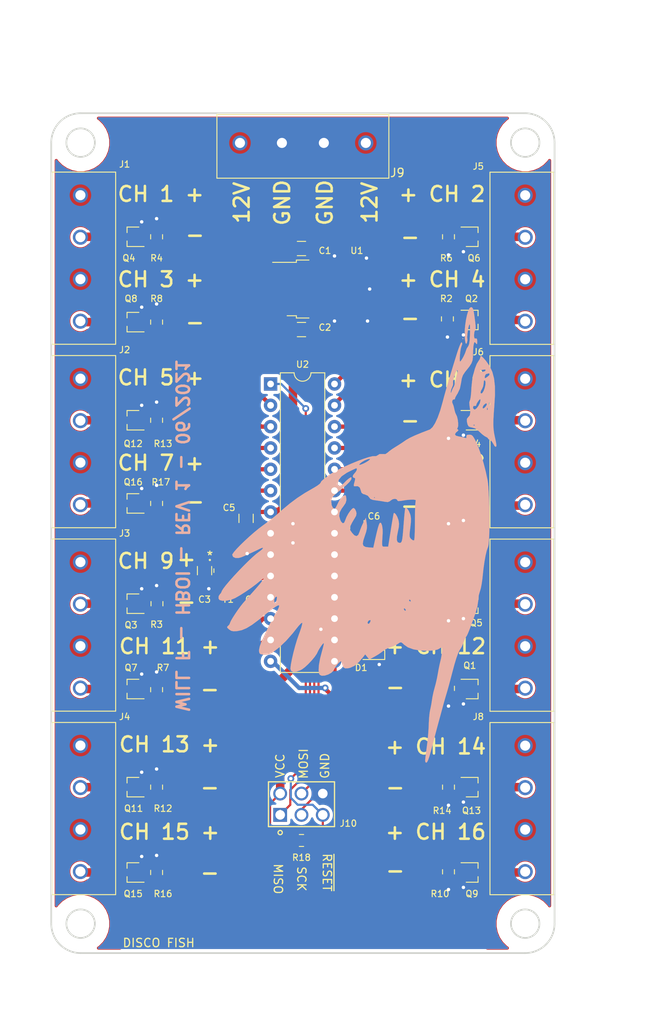
<source format=kicad_pcb>
(kicad_pcb (version 20171130) (host pcbnew "(5.1.9)-1")
  (layers (0 F.Cu signal) (31 B.Cu signal) (34 B.Paste user) (35 F.Paste user) (36 B.SilkS user) (37 F.SilkS user) (38 B.Mask user) (39 F.Mask user) (44 Edge.Cuts user))
  (net 0 "")
  (net 1 GND)
  (net 2 /12V)
  (net 3 VCC)
  (net 4 "Net-(C3-Pad1)")
  (net 5 "Net-(C4-Pad1)")
  (net 6 "Net-(D1-Pad2)")
  (net 7 /~RESET)
  (net 8 /MOSI)
  (net 9 /SCK)
  (net 10 /MISO)
  (net 11 /drain3)
  (net 12 /drain2)
  (net 13 /drain1)
  (net 14 /drain0)
  (net 15 /drain4)
  (net 16 /drain5)
  (net 17 /drain6)
  (net 18 /drain7)
  (net 19 /drain11)
  (net 20 /drain10)
  (net 21 /drain9)
  (net 22 /drain8)
  (net 23 /drain12)
  (net 24 /drain13)
  (net 25 /drain14)
  (net 26 /drain15)
  (net 27 /gate12)
  (net 28 /gate8)
  (net 29 /gate4)
  (net 30 /gate0)
  (net 31 /gate13)
  (net 32 /gate9)
  (net 33 /gate5)
  (net 34 /gate1)
  (net 35 /gate14)
  (net 36 /gate10)
  (net 37 /gate6)
  (net 38 /gate2)
  (net 39 /gate15)
  (net 40 /gate11)
  (net 41 /gate7)
  (net 42 /gate3)
  (net 43 /LED)
  (module personal:pileated_woodpecker (layer B.Cu) (at 170.434 92.71 90)
    (fp_text reference G*** hide)
    (fp_text value LOGO hide)
  )
  (module Housings_DIP:DIP-28_W7.62mm (layer F.Cu) (at 161.163 74.676)
    (fp_text reference U2 (at 3.81 -2.33) (layer F.SilkS) (effects (font (size 0.762 0.762) (thickness 0.127))))
    (fp_text value ATmega328P-PU)
    (pad 28 thru_hole oval (at 7.62 0) (size 1.6 1.6) (drill 0.8) (layers *.Cu *.Mask) (net 32 /gate9))
    (pad 14 thru_hole oval (at 0 33.02) (size 1.6 1.6) (drill 0.8) (layers *.Cu *.Mask) (net 35 /gate14))
    (pad 27 thru_hole oval (at 7.62 2.54) (size 1.6 1.6) (drill 0.8) (layers *.Cu *.Mask) (net 28 /gate8))
    (pad 13 thru_hole oval (at 0 30.48) (size 1.6 1.6) (drill 0.8) (layers *.Cu *.Mask) (net 41 /gate7))
    (pad 26 thru_hole oval (at 7.62 5.08) (size 1.6 1.6) (drill 0.8) (layers *.Cu *.Mask) (net 40 /gate11))
    (pad 12 thru_hole oval (at 0 27.94) (size 1.6 1.6) (drill 0.8) (layers *.Cu *.Mask) (net 37 /gate6))
    (pad 25 thru_hole oval (at 7.62 7.62) (size 1.6 1.6) (drill 0.8) (layers *.Cu *.Mask) (net 36 /gate10))
    (pad 11 thru_hole oval (at 0 25.4) (size 1.6 1.6) (drill 0.8) (layers *.Cu *.Mask) (net 33 /gate5))
    (pad 24 thru_hole oval (at 7.62 10.16) (size 1.6 1.6) (drill 0.8) (layers *.Cu *.Mask) (net 31 /gate13))
    (pad 10 thru_hole oval (at 0 22.86) (size 1.6 1.6) (drill 0.8) (layers *.Cu *.Mask) (net 5 "Net-(C4-Pad1)"))
    (pad 23 thru_hole oval (at 7.62 12.7) (size 1.6 1.6) (drill 0.8) (layers *.Cu *.Mask) (net 27 /gate12))
    (pad 9 thru_hole oval (at 0 20.32) (size 1.6 1.6) (drill 0.8) (layers *.Cu *.Mask) (net 4 "Net-(C3-Pad1)"))
    (pad 22 thru_hole oval (at 7.62 15.24) (size 1.6 1.6) (drill 0.8) (layers *.Cu *.Mask) (net 1 GND))
    (pad 8 thru_hole oval (at 0 17.78) (size 1.6 1.6) (drill 0.8) (layers *.Cu *.Mask) (net 1 GND))
    (pad 21 thru_hole oval (at 7.62 17.78) (size 1.6 1.6) (drill 0.8) (layers *.Cu *.Mask) (net 3 VCC))
    (pad 7 thru_hole oval (at 0 15.24) (size 1.6 1.6) (drill 0.8) (layers *.Cu *.Mask) (net 3 VCC))
    (pad 20 thru_hole oval (at 7.62 20.32) (size 1.6 1.6) (drill 0.8) (layers *.Cu *.Mask) (net 3 VCC))
    (pad 6 thru_hole oval (at 0 12.7) (size 1.6 1.6) (drill 0.8) (layers *.Cu *.Mask) (net 29 /gate4))
    (pad 19 thru_hole oval (at 7.62 22.86) (size 1.6 1.6) (drill 0.8) (layers *.Cu *.Mask) (net 9 /SCK))
    (pad 5 thru_hole oval (at 0 10.16) (size 1.6 1.6) (drill 0.8) (layers *.Cu *.Mask) (net 42 /gate3))
    (pad 18 thru_hole oval (at 7.62 25.4) (size 1.6 1.6) (drill 0.8) (layers *.Cu *.Mask) (net 10 /MISO))
    (pad 4 thru_hole oval (at 0 7.62) (size 1.6 1.6) (drill 0.8) (layers *.Cu *.Mask) (net 38 /gate2))
    (pad 17 thru_hole oval (at 7.62 27.94) (size 1.6 1.6) (drill 0.8) (layers *.Cu *.Mask) (net 8 /MOSI))
    (pad 3 thru_hole oval (at 0 5.08) (size 1.6 1.6) (drill 0.8) (layers *.Cu *.Mask) (net 34 /gate1))
    (pad 16 thru_hole oval (at 7.62 30.48) (size 1.6 1.6) (drill 0.8) (layers *.Cu *.Mask) (net 43 /LED))
    (pad 2 thru_hole oval (at 0 2.54) (size 1.6 1.6) (drill 0.8) (layers *.Cu *.Mask) (net 30 /gate0))
    (pad 15 thru_hole oval (at 7.62 33.02) (size 1.6 1.6) (drill 0.8) (layers *.Cu *.Mask) (net 39 /gate15))
    (pad 1 thru_hole rect (at 0 0) (size 1.6 1.6) (drill 0.8) (layers *.Cu *.Mask) (net 7 /~RESET))
  )
  (module personal:C_0805 (layer F.Cu) (at 164.846 58.547 180)
    (fp_text reference C1 (at -2.794 -0.254) (layer F.SilkS) (effects (font (size 0.762 0.762) (thickness 0.127))))
    (fp_text value C_0u33)
    (pad 1 smd rect (at -1 0 180) (size 1 1.25) (layers F.Cu F.Paste F.Mask) (net 1 GND))
    (pad 2 smd rect (at 1 0 180) (size 1 1.25) (layers F.Cu F.Paste F.Mask) (net 2 /12V))
  )
  (module personal:C_0805 (layer F.Cu) (at 164.846 68.199)
    (fp_text reference C2 (at 2.794 -0.254) (layer F.SilkS) (effects (font (size 0.762 0.762) (thickness 0.127))))
    (fp_text value C_0u1)
    (pad 2 smd rect (at 1 0) (size 1 1.25) (layers F.Cu F.Paste F.Mask) (net 1 GND))
    (pad 1 smd rect (at -1 0) (size 1 1.25) (layers F.Cu F.Paste F.Mask) (net 3 VCC))
  )
  (module personal:C_0805 (layer F.Cu) (at 153.289 96.901 270)
    (fp_text reference C3 (at 3.429 0 180) (layer F.SilkS) (effects (font (size 0.762 0.762) (thickness 0.127))))
    (fp_text value C_10p)
    (pad 2 smd rect (at 1 0 270) (size 1 1.25) (layers F.Cu F.Paste F.Mask) (net 1 GND))
    (pad 1 smd rect (at -1 0 270) (size 1 1.25) (layers F.Cu F.Paste F.Mask) (net 4 "Net-(C3-Pad1)"))
  )
  (module personal:C_0805 (layer F.Cu) (at 158.877 96.901 90)
    (fp_text reference C4 (at -3.429 0 180) (layer F.SilkS) (effects (font (size 0.762 0.762) (thickness 0.127))))
    (fp_text value C_10p)
    (pad 1 smd rect (at -1 0 90) (size 1 1.25) (layers F.Cu F.Paste F.Mask) (net 5 "Net-(C4-Pad1)"))
    (pad 2 smd rect (at 1 0 90) (size 1 1.25) (layers F.Cu F.Paste F.Mask) (net 1 GND))
  )
  (module personal:C_0805 (layer F.Cu) (at 158.242 90.678 90)
    (fp_text reference C5 (at 1.27 -2.032 180) (layer F.SilkS) (effects (font (size 0.762 0.762) (thickness 0.127))))
    (fp_text value C_0u1)
    (pad 2 smd rect (at 1 0 90) (size 1 1.25) (layers F.Cu F.Paste F.Mask) (net 3 VCC))
    (pad 1 smd rect (at -1 0 90) (size 1 1.25) (layers F.Cu F.Paste F.Mask) (net 1 GND))
  )
  (module personal:C_0805 (layer F.Cu) (at 171.45 91.44 270)
    (fp_text reference C6 (at -1.016 -2.032 180) (layer F.SilkS) (effects (font (size 0.762 0.762) (thickness 0.127))))
    (fp_text value C_0u1)
    (pad 1 smd rect (at -1 0 270) (size 1 1.25) (layers F.Cu F.Paste F.Mask) (net 1 GND))
    (pad 2 smd rect (at 1 0 270) (size 1 1.25) (layers F.Cu F.Paste F.Mask) (net 3 VCC))
  )
  (module LEDs:LED_0603_HandSoldering (layer F.Cu) (at 172.974 106.934 180)
    (fp_text reference D1 (at 1.016 -1.524) (layer F.SilkS) (effects (font (size 0.762 0.762) (thickness 0.127))))
    (fp_text value LED_GREEN)
    (pad 2 smd rect (at 1.1 0 180) (size 1.2 0.9) (layers F.Cu F.Paste F.Mask) (net 6 "Net-(D1-Pad2)"))
    (pad 1 smd rect (at -1.1 0 180) (size 1.2 0.9) (layers F.Cu F.Paste F.Mask) (net 1 GND))
  )
  (module personal:TSW-103-07-F-D (layer F.Cu) (at 162.306 125.984)
    (fp_text reference J10 (at 8.128 1.016) (layer F.SilkS) (effects (font (size 0.762 0.762) (thickness 0.127))))
    (fp_text value Conn_02x03 hide)
    (fp_text user * (at 0 0) (layer F.SilkS))
    (pad 6 thru_hole circle (at 5.08 -2.54) (size 1.651 1.651) (drill 1.143) (layers *.Cu *.Mask) (net 1 GND))
    (pad 5 thru_hole circle (at 5.08 0) (size 1.651 1.651) (drill 1.143) (layers *.Cu *.Mask) (net 7 /~RESET))
    (pad 4 thru_hole circle (at 2.54 -2.54) (size 1.651 1.651) (drill 1.143) (layers *.Cu *.Mask) (net 8 /MOSI))
    (pad 3 thru_hole circle (at 2.54 0) (size 1.651 1.651) (drill 1.143) (layers *.Cu *.Mask) (net 9 /SCK))
    (pad 2 thru_hole circle (at 0 -2.54) (size 1.651 1.651) (drill 1.143) (layers *.Cu *.Mask) (net 3 VCC))
    (pad 1 thru_hole rect (at 0 0) (size 1.651 1.651) (drill 1.143) (layers *.Cu *.Mask) (net 10 /MISO))
  )
  (module personal:EBBA-04-C-SS-BU (layer F.Cu) (at 138.4935 52.197 270)
    (fp_text reference J1 (at -3.683 -5.2705 180) (layer F.SilkS) (effects (font (size 0.762 0.762) (thickness 0.127))))
    (fp_text value EBBA-04-C-SS-BU hide)
    (pad 4 thru_hole circle (at 15 0 90) (size 1.8 1.8) (drill 1.2) (layers *.Cu *.Mask) (net 13 /drain1))
    (pad 3 thru_hole circle (at 10 0 90) (size 1.8 1.8) (drill 1.2) (layers *.Cu *.Mask) (net 2 /12V))
    (pad 2 thru_hole circle (at 5 0 90) (size 1.8 1.8) (drill 1.2) (layers *.Cu *.Mask) (net 14 /drain0))
    (pad 1 thru_hole circle (at 0 0 90) (size 1.8 1.8) (drill 1.2) (layers *.Cu *.Mask) (net 2 /12V))
  )
  (module personal:EBBA-04-C-SS-BU (layer F.Cu) (at 138.4935 74.041 270)
    (fp_text reference J2 (at -3.429 -5.2705 180) (layer F.SilkS) (effects (font (size 0.762 0.762) (thickness 0.127))))
    (fp_text value EBBA-04-C-SS-BU hide)
    (pad 1 thru_hole circle (at 0 0 90) (size 1.8 1.8) (drill 1.2) (layers *.Cu *.Mask) (net 2 /12V))
    (pad 2 thru_hole circle (at 5 0 90) (size 1.8 1.8) (drill 1.2) (layers *.Cu *.Mask) (net 12 /drain2))
    (pad 3 thru_hole circle (at 10 0 90) (size 1.8 1.8) (drill 1.2) (layers *.Cu *.Mask) (net 2 /12V))
    (pad 4 thru_hole circle (at 15 0 90) (size 1.8 1.8) (drill 1.2) (layers *.Cu *.Mask) (net 11 /drain3))
  )
  (module personal:EBBA-04-C-SS-BU (layer F.Cu) (at 138.4935 95.885 270)
    (fp_text reference J3 (at -3.429 -5.2705 180) (layer F.SilkS) (effects (font (size 0.762 0.762) (thickness 0.127))))
    (fp_text value EBBA-04-C-SS-BU hide)
    (pad 4 thru_hole circle (at 15 0 90) (size 1.8 1.8) (drill 1.2) (layers *.Cu *.Mask) (net 16 /drain5))
    (pad 3 thru_hole circle (at 10 0 90) (size 1.8 1.8) (drill 1.2) (layers *.Cu *.Mask) (net 2 /12V))
    (pad 2 thru_hole circle (at 5 0 90) (size 1.8 1.8) (drill 1.2) (layers *.Cu *.Mask) (net 15 /drain4))
    (pad 1 thru_hole circle (at 0 0 90) (size 1.8 1.8) (drill 1.2) (layers *.Cu *.Mask) (net 2 /12V))
  )
  (module personal:EBBA-04-C-SS-BU (layer F.Cu) (at 138.4935 117.729 270)
    (fp_text reference J4 (at -3.429 -5.2705 180) (layer F.SilkS) (effects (font (size 0.762 0.762) (thickness 0.127))))
    (fp_text value EBBA-04-C-SS-BU hide)
    (pad 1 thru_hole circle (at 0 0 90) (size 1.8 1.8) (drill 1.2) (layers *.Cu *.Mask) (net 2 /12V))
    (pad 2 thru_hole circle (at 5 0 90) (size 1.8 1.8) (drill 1.2) (layers *.Cu *.Mask) (net 17 /drain6))
    (pad 3 thru_hole circle (at 10 0 90) (size 1.8 1.8) (drill 1.2) (layers *.Cu *.Mask) (net 2 /12V))
    (pad 4 thru_hole circle (at 15 0 90) (size 1.8 1.8) (drill 1.2) (layers *.Cu *.Mask) (net 18 /drain7))
  )
  (module personal:EBBA-04-C-SS-BU (layer F.Cu) (at 191.516 67.2084 90)
    (fp_text reference J5 (at 18.4404 -5.588 180) (layer F.SilkS) (effects (font (size 0.762 0.762) (thickness 0.127))))
    (fp_text value EBBA-04-C-SS-BU hide)
    (pad 4 thru_hole circle (at 15 0 270) (size 1.8 1.8) (drill 1.2) (layers *.Cu *.Mask) (net 2 /12V))
    (pad 3 thru_hole circle (at 10 0 270) (size 1.8 1.8) (drill 1.2) (layers *.Cu *.Mask) (net 21 /drain9))
    (pad 2 thru_hole circle (at 5 0 270) (size 1.8 1.8) (drill 1.2) (layers *.Cu *.Mask) (net 2 /12V))
    (pad 1 thru_hole circle (at 0 0 270) (size 1.8 1.8) (drill 1.2) (layers *.Cu *.Mask) (net 22 /drain8))
  )
  (module personal:EBBA-04-C-SS-BU (layer F.Cu) (at 191.516 89.0524 90)
    (fp_text reference J6 (at 18.1864 -5.588 180) (layer F.SilkS) (effects (font (size 0.762 0.762) (thickness 0.127))))
    (fp_text value EBBA-04-C-SS-BU hide)
    (pad 1 thru_hole circle (at 0 0 270) (size 1.8 1.8) (drill 1.2) (layers *.Cu *.Mask) (net 20 /drain10))
    (pad 2 thru_hole circle (at 5 0 270) (size 1.8 1.8) (drill 1.2) (layers *.Cu *.Mask) (net 2 /12V))
    (pad 3 thru_hole circle (at 10 0 270) (size 1.8 1.8) (drill 1.2) (layers *.Cu *.Mask) (net 19 /drain11))
    (pad 4 thru_hole circle (at 15 0 270) (size 1.8 1.8) (drill 1.2) (layers *.Cu *.Mask) (net 2 /12V))
  )
  (module personal:EBBA-04-C-SS-BU (layer F.Cu) (at 191.516 110.8964 90)
    (fp_text reference J7 (at 18.1864 -5.588 180) (layer F.SilkS) (effects (font (size 0.762 0.762) (thickness 0.127))))
    (fp_text value EBBA-04-C-SS-BU hide)
    (pad 4 thru_hole circle (at 15 0 270) (size 1.8 1.8) (drill 1.2) (layers *.Cu *.Mask) (net 2 /12V))
    (pad 3 thru_hole circle (at 10 0 270) (size 1.8 1.8) (drill 1.2) (layers *.Cu *.Mask) (net 24 /drain13))
    (pad 2 thru_hole circle (at 5 0 270) (size 1.8 1.8) (drill 1.2) (layers *.Cu *.Mask) (net 2 /12V))
    (pad 1 thru_hole circle (at 0 0 270) (size 1.8 1.8) (drill 1.2) (layers *.Cu *.Mask) (net 23 /drain12))
  )
  (module personal:EBBA-04-C-SS-BU (layer F.Cu) (at 191.516 132.7404 90)
    (fp_text reference J8 (at 18.4404 -5.588 180) (layer F.SilkS) (effects (font (size 0.762 0.762) (thickness 0.127))))
    (fp_text value EBBA-04-C-SS-BU hide)
    (pad 1 thru_hole circle (at 0 0 270) (size 1.8 1.8) (drill 1.2) (layers *.Cu *.Mask) (net 25 /drain14))
    (pad 2 thru_hole circle (at 5 0 270) (size 1.8 1.8) (drill 1.2) (layers *.Cu *.Mask) (net 2 /12V))
    (pad 3 thru_hole circle (at 10 0 270) (size 1.8 1.8) (drill 1.2) (layers *.Cu *.Mask) (net 26 /drain15))
    (pad 4 thru_hole circle (at 15 0 270) (size 1.8 1.8) (drill 1.2) (layers *.Cu *.Mask) (net 2 /12V))
  )
  (module TO_SOT_Packages_SMD:SOT-323_SC-70 (layer F.Cu) (at 185.166 110.998)
    (fp_text reference Q1 (at -0.254 -2.794) (layer F.SilkS) (effects (font (size 0.762 0.762) (thickness 0.127))))
    (fp_text value NVS4409NT1G)
    (pad 1 smd rect (at -1 -0.65 270) (size 0.45 0.7) (layers F.Cu F.Paste F.Mask) (net 27 /gate12))
    (pad 2 smd rect (at -1 0.65 270) (size 0.45 0.7) (layers F.Cu F.Paste F.Mask) (net 1 GND))
    (pad 3 smd rect (at 1 0 270) (size 0.45 0.7) (layers F.Cu F.Paste F.Mask) (net 23 /drain12))
  )
  (module TO_SOT_Packages_SMD:SOT-323_SC-70 (layer F.Cu) (at 185.166 67.056)
    (fp_text reference Q2 (at -0.05 -2.54) (layer F.SilkS) (effects (font (size 0.762 0.762) (thickness 0.127))))
    (fp_text value NVS4409NT1G)
    (pad 3 smd rect (at 1 0 270) (size 0.45 0.7) (layers F.Cu F.Paste F.Mask) (net 22 /drain8))
    (pad 2 smd rect (at -1 0.65 270) (size 0.45 0.7) (layers F.Cu F.Paste F.Mask) (net 1 GND))
    (pad 1 smd rect (at -1 -0.65 270) (size 0.45 0.7) (layers F.Cu F.Paste F.Mask) (net 28 /gate8))
  )
  (module TO_SOT_Packages_SMD:SOT-323_SC-70 (layer F.Cu) (at 144.78 100.838 180)
    (fp_text reference Q3 (at 0.254 -2.54) (layer F.SilkS) (effects (font (size 0.762 0.762) (thickness 0.127))))
    (fp_text value NVS4409NT1G)
    (pad 1 smd rect (at -1 -0.65 90) (size 0.45 0.7) (layers F.Cu F.Paste F.Mask) (net 29 /gate4))
    (pad 2 smd rect (at -1 0.65 90) (size 0.45 0.7) (layers F.Cu F.Paste F.Mask) (net 1 GND))
    (pad 3 smd rect (at 1 0 90) (size 0.45 0.7) (layers F.Cu F.Paste F.Mask) (net 15 /drain4))
  )
  (module TO_SOT_Packages_SMD:SOT-323_SC-70 (layer F.Cu) (at 144.78 57.15 180)
    (fp_text reference Q4 (at 0.508 -2.54) (layer F.SilkS) (effects (font (size 0.762 0.762) (thickness 0.127))))
    (fp_text value NVS4409NT1G)
    (pad 3 smd rect (at 1 0 90) (size 0.45 0.7) (layers F.Cu F.Paste F.Mask) (net 14 /drain0))
    (pad 2 smd rect (at -1 0.65 90) (size 0.45 0.7) (layers F.Cu F.Paste F.Mask) (net 1 GND))
    (pad 1 smd rect (at -1 -0.65 90) (size 0.45 0.7) (layers F.Cu F.Paste F.Mask) (net 30 /gate0))
  )
  (module TO_SOT_Packages_SMD:SOT-323_SC-70 (layer F.Cu) (at 185.166 100.838)
    (fp_text reference Q5 (at 0.508 2.286) (layer F.SilkS) (effects (font (size 0.762 0.762) (thickness 0.127))))
    (fp_text value NVS4409NT1G)
    (pad 3 smd rect (at 1 0 270) (size 0.45 0.7) (layers F.Cu F.Paste F.Mask) (net 24 /drain13))
    (pad 2 smd rect (at -1 0.65 270) (size 0.45 0.7) (layers F.Cu F.Paste F.Mask) (net 1 GND))
    (pad 1 smd rect (at -1 -0.65 270) (size 0.45 0.7) (layers F.Cu F.Paste F.Mask) (net 31 /gate13))
  )
  (module TO_SOT_Packages_SMD:SOT-323_SC-70 (layer F.Cu) (at 185.166 57.15)
    (fp_text reference Q6 (at 0.254 2.54) (layer F.SilkS) (effects (font (size 0.762 0.762) (thickness 0.127))))
    (fp_text value NVS4409NT1G)
    (pad 1 smd rect (at -1 -0.65 270) (size 0.45 0.7) (layers F.Cu F.Paste F.Mask) (net 32 /gate9))
    (pad 2 smd rect (at -1 0.65 270) (size 0.45 0.7) (layers F.Cu F.Paste F.Mask) (net 1 GND))
    (pad 3 smd rect (at 1 0 270) (size 0.45 0.7) (layers F.Cu F.Paste F.Mask) (net 21 /drain9))
  )
  (module TO_SOT_Packages_SMD:SOT-323_SC-70 (layer F.Cu) (at 144.78 110.998 180)
    (fp_text reference Q7 (at 0.254 2.54) (layer F.SilkS) (effects (font (size 0.762 0.762) (thickness 0.127))))
    (fp_text value NVS4409NT1G)
    (pad 3 smd rect (at 1 0 90) (size 0.45 0.7) (layers F.Cu F.Paste F.Mask) (net 16 /drain5))
    (pad 2 smd rect (at -1 0.65 90) (size 0.45 0.7) (layers F.Cu F.Paste F.Mask) (net 1 GND))
    (pad 1 smd rect (at -1 -0.65 90) (size 0.45 0.7) (layers F.Cu F.Paste F.Mask) (net 33 /gate5))
  )
  (module TO_SOT_Packages_SMD:SOT-323_SC-70 (layer F.Cu) (at 144.78 67.31 180)
    (fp_text reference Q8 (at 0.254 2.794) (layer F.SilkS) (effects (font (size 0.762 0.762) (thickness 0.127))))
    (fp_text value NVS4409NT1G)
    (pad 1 smd rect (at -1 -0.65 90) (size 0.45 0.7) (layers F.Cu F.Paste F.Mask) (net 34 /gate1))
    (pad 2 smd rect (at -1 0.65 90) (size 0.45 0.7) (layers F.Cu F.Paste F.Mask) (net 1 GND))
    (pad 3 smd rect (at 1 0 90) (size 0.45 0.7) (layers F.Cu F.Paste F.Mask) (net 13 /drain1))
  )
  (module TO_SOT_Packages_SMD:SOT-323_SC-70 (layer F.Cu) (at 185.166 132.842)
    (fp_text reference Q9 (at 0 2.54) (layer F.SilkS) (effects (font (size 0.762 0.762) (thickness 0.127))))
    (fp_text value NVS4409NT1G)
    (pad 3 smd rect (at 1 0 270) (size 0.45 0.7) (layers F.Cu F.Paste F.Mask) (net 25 /drain14))
    (pad 2 smd rect (at -1 0.65 270) (size 0.45 0.7) (layers F.Cu F.Paste F.Mask) (net 1 GND))
    (pad 1 smd rect (at -1 -0.65 270) (size 0.45 0.7) (layers F.Cu F.Paste F.Mask) (net 35 /gate14))
  )
  (module TO_SOT_Packages_SMD:SOT-323_SC-70 (layer F.Cu) (at 185.166 89.154)
    (fp_text reference Q10 (at -0.254 -2.794) (layer F.SilkS) (effects (font (size 0.762 0.762) (thickness 0.127))))
    (fp_text value NVS4409NT1G)
    (pad 1 smd rect (at -1 -0.65 270) (size 0.45 0.7) (layers F.Cu F.Paste F.Mask) (net 36 /gate10))
    (pad 2 smd rect (at -1 0.65 270) (size 0.45 0.7) (layers F.Cu F.Paste F.Mask) (net 1 GND))
    (pad 3 smd rect (at 1 0 270) (size 0.45 0.7) (layers F.Cu F.Paste F.Mask) (net 20 /drain10))
  )
  (module TO_SOT_Packages_SMD:SOT-323_SC-70 (layer F.Cu) (at 144.78 122.682 180)
    (fp_text reference Q11 (at -0.05 -2.54) (layer F.SilkS) (effects (font (size 0.762 0.762) (thickness 0.127))))
    (fp_text value NVS4409NT1G)
    (pad 3 smd rect (at 1 0 90) (size 0.45 0.7) (layers F.Cu F.Paste F.Mask) (net 17 /drain6))
    (pad 2 smd rect (at -1 0.65 90) (size 0.45 0.7) (layers F.Cu F.Paste F.Mask) (net 1 GND))
    (pad 1 smd rect (at -1 -0.65 90) (size 0.45 0.7) (layers F.Cu F.Paste F.Mask) (net 37 /gate6))
  )
  (module TO_SOT_Packages_SMD:SOT-323_SC-70 (layer F.Cu) (at 144.78 78.994 180)
    (fp_text reference Q12 (at 0 -2.794) (layer F.SilkS) (effects (font (size 0.762 0.762) (thickness 0.127))))
    (fp_text value NVS4409NT1G)
    (pad 1 smd rect (at -1 -0.65 90) (size 0.45 0.7) (layers F.Cu F.Paste F.Mask) (net 38 /gate2))
    (pad 2 smd rect (at -1 0.65 90) (size 0.45 0.7) (layers F.Cu F.Paste F.Mask) (net 1 GND))
    (pad 3 smd rect (at 1 0 90) (size 0.45 0.7) (layers F.Cu F.Paste F.Mask) (net 12 /drain2))
  )
  (module TO_SOT_Packages_SMD:SOT-323_SC-70 (layer F.Cu) (at 185.166 122.682)
    (fp_text reference Q13 (at -0.05 2.794) (layer F.SilkS) (effects (font (size 0.762 0.762) (thickness 0.127))))
    (fp_text value NVS4409NT1G)
    (pad 3 smd rect (at 1 0 270) (size 0.45 0.7) (layers F.Cu F.Paste F.Mask) (net 26 /drain15))
    (pad 2 smd rect (at -1 0.65 270) (size 0.45 0.7) (layers F.Cu F.Paste F.Mask) (net 1 GND))
    (pad 1 smd rect (at -1 -0.65 270) (size 0.45 0.7) (layers F.Cu F.Paste F.Mask) (net 39 /gate15))
  )
  (module TO_SOT_Packages_SMD:SOT-323_SC-70 (layer F.Cu) (at 185.166 78.994)
    (fp_text reference Q14 (at -0.05 2.794) (layer F.SilkS) (effects (font (size 0.762 0.762) (thickness 0.127))))
    (fp_text value NVS4409NT1G)
    (pad 1 smd rect (at -1 -0.65 270) (size 0.45 0.7) (layers F.Cu F.Paste F.Mask) (net 40 /gate11))
    (pad 2 smd rect (at -1 0.65 270) (size 0.45 0.7) (layers F.Cu F.Paste F.Mask) (net 1 GND))
    (pad 3 smd rect (at 1 0 270) (size 0.45 0.7) (layers F.Cu F.Paste F.Mask) (net 19 /drain11))
  )
  (module TO_SOT_Packages_SMD:SOT-323_SC-70 (layer F.Cu) (at 144.78 132.842 180)
    (fp_text reference Q15 (at 0 -2.54) (layer F.SilkS) (effects (font (size 0.762 0.762) (thickness 0.127))))
    (fp_text value NVS4409NT1G)
    (pad 3 smd rect (at 1 0 90) (size 0.45 0.7) (layers F.Cu F.Paste F.Mask) (net 18 /drain7))
    (pad 2 smd rect (at -1 0.65 90) (size 0.45 0.7) (layers F.Cu F.Paste F.Mask) (net 1 GND))
    (pad 1 smd rect (at -1 -0.65 90) (size 0.45 0.7) (layers F.Cu F.Paste F.Mask) (net 41 /gate7))
  )
  (module TO_SOT_Packages_SMD:SOT-323_SC-70 (layer F.Cu) (at 144.78 88.9 180)
    (fp_text reference Q16 (at 0 2.54) (layer F.SilkS) (effects (font (size 0.762 0.762) (thickness 0.127))))
    (fp_text value NVS4409NT1G)
    (pad 1 smd rect (at -1 -0.65 90) (size 0.45 0.7) (layers F.Cu F.Paste F.Mask) (net 42 /gate3))
    (pad 2 smd rect (at -1 0.65 90) (size 0.45 0.7) (layers F.Cu F.Paste F.Mask) (net 1 GND))
    (pad 3 smd rect (at 1 0 90) (size 0.45 0.7) (layers F.Cu F.Paste F.Mask) (net 11 /drain3))
  )
  (module personal:R_0805 (layer F.Cu) (at 182.372 110.9195 270)
    (fp_text reference R1 (at -2.7155 0.254 180) (layer F.SilkS) (effects (font (size 0.762 0.762) (thickness 0.127))))
    (fp_text value R_10K)
    (pad 2 smd roundrect (at 0.9375 0 270) (size 0.975 1.4) (layers F.Cu F.Paste F.Mask) (net 1 GND))
    (pad 1 smd roundrect (at -0.9375 0 270) (size 0.975 1.4) (layers F.Cu F.Paste F.Mask) (net 27 /gate12))
  )
  (module personal:R_0805 (layer F.Cu) (at 182.245 66.929 270)
    (fp_text reference R2 (at -2.413 0.127 180) (layer F.SilkS) (effects (font (size 0.762 0.762) (thickness 0.127))))
    (fp_text value R_10K)
    (pad 1 smd roundrect (at -0.9375 0 270) (size 0.975 1.4) (layers F.Cu F.Paste F.Mask) (net 28 /gate8))
    (pad 2 smd roundrect (at 0.9375 0 270) (size 0.975 1.4) (layers F.Cu F.Paste F.Mask) (net 1 GND))
  )
  (module personal:R_0805 (layer F.Cu) (at 147.617001 100.838 90)
    (fp_text reference R3 (at -2.474001 -0.043001 180) (layer F.SilkS) (effects (font (size 0.762 0.762) (thickness 0.127))))
    (fp_text value R_10K)
    (pad 2 smd roundrect (at 0.9375 0 90) (size 0.975 1.4) (layers F.Cu F.Paste F.Mask) (net 1 GND))
    (pad 1 smd roundrect (at -0.9375 0 90) (size 0.975 1.4) (layers F.Cu F.Paste F.Mask) (net 29 /gate4))
  )
  (module personal:R_0805 (layer F.Cu) (at 147.574 57.15 90)
    (fp_text reference R4 (at -2.54 0 180) (layer F.SilkS) (effects (font (size 0.762 0.762) (thickness 0.127))))
    (fp_text value R_10K)
    (pad 2 smd roundrect (at 0.9375 0 90) (size 0.975 1.4) (layers F.Cu F.Paste F.Mask) (net 1 GND))
    (pad 1 smd roundrect (at -0.9375 0 90) (size 0.975 1.4) (layers F.Cu F.Paste F.Mask) (net 30 /gate0))
  )
  (module personal:R_0805 (layer F.Cu) (at 182.372 100.7595 270)
    (fp_text reference R5 (at 2.3645 0.254 180) (layer F.SilkS) (effects (font (size 0.762 0.762) (thickness 0.127))))
    (fp_text value R_10K)
    (pad 2 smd roundrect (at 0.9375 0 270) (size 0.975 1.4) (layers F.Cu F.Paste F.Mask) (net 1 GND))
    (pad 1 smd roundrect (at -0.9375 0 270) (size 0.975 1.4) (layers F.Cu F.Paste F.Mask) (net 31 /gate13))
  )
  (module personal:R_0805 (layer F.Cu) (at 182.372 57.15 270)
    (fp_text reference R6 (at 2.54 0.254 180) (layer F.SilkS) (effects (font (size 0.762 0.762) (thickness 0.127))))
    (fp_text value R_10K)
    (pad 1 smd roundrect (at -0.9375 0 270) (size 0.975 1.4) (layers F.Cu F.Paste F.Mask) (net 32 /gate9))
    (pad 2 smd roundrect (at 0.9375 0 270) (size 0.975 1.4) (layers F.Cu F.Paste F.Mask) (net 1 GND))
  )
  (module personal:R_0805 (layer F.Cu) (at 147.574 111.0765 90)
    (fp_text reference R7 (at 2.6185 0.762 180) (layer F.SilkS) (effects (font (size 0.762 0.762) (thickness 0.127))))
    (fp_text value R_10K)
    (pad 2 smd roundrect (at 0.9375 0 90) (size 0.975 1.4) (layers F.Cu F.Paste F.Mask) (net 1 GND))
    (pad 1 smd roundrect (at -0.9375 0 90) (size 0.975 1.4) (layers F.Cu F.Paste F.Mask) (net 33 /gate5))
  )
  (module personal:R_0805 (layer F.Cu) (at 147.574 67.31 90)
    (fp_text reference R8 (at 2.794 0 180) (layer F.SilkS) (effects (font (size 0.762 0.762) (thickness 0.127))))
    (fp_text value R_10K)
    (pad 2 smd roundrect (at 0.9375 0 90) (size 0.975 1.4) (layers F.Cu F.Paste F.Mask) (net 1 GND))
    (pad 1 smd roundrect (at -0.9375 0 90) (size 0.975 1.4) (layers F.Cu F.Paste F.Mask) (net 34 /gate1))
  )
  (module personal:R_0805 (layer F.Cu) (at 172.6415 104.902 180)
    (fp_text reference R9 (at 0.6835 1.778) (layer F.SilkS) (effects (font (size 0.762 0.762) (thickness 0.127))))
    (fp_text value R_120)
    (pad 1 smd roundrect (at -0.9375 0 180) (size 0.975 1.4) (layers F.Cu F.Paste F.Mask) (net 6 "Net-(D1-Pad2)"))
    (pad 2 smd roundrect (at 0.9375 0 180) (size 0.975 1.4) (layers F.Cu F.Paste F.Mask) (net 43 /LED))
  )
  (module personal:R_0805 (layer F.Cu) (at 182.372 132.7635 270)
    (fp_text reference R10 (at 2.6185 1.016 180) (layer F.SilkS) (effects (font (size 0.762 0.762) (thickness 0.127))))
    (fp_text value R_10K)
    (pad 2 smd roundrect (at 0.9375 0 270) (size 0.975 1.4) (layers F.Cu F.Paste F.Mask) (net 1 GND))
    (pad 1 smd roundrect (at -0.9375 0 270) (size 0.975 1.4) (layers F.Cu F.Paste F.Mask) (net 35 /gate14))
  )
  (module personal:R_0805 (layer F.Cu) (at 182.372 89.154 270)
    (fp_text reference R11 (at -2.794 1.27 180) (layer F.SilkS) (effects (font (size 0.762 0.762) (thickness 0.127))))
    (fp_text value R_10K)
    (pad 1 smd roundrect (at -0.9375 0 270) (size 0.975 1.4) (layers F.Cu F.Paste F.Mask) (net 36 /gate10))
    (pad 2 smd roundrect (at 0.9375 0 270) (size 0.975 1.4) (layers F.Cu F.Paste F.Mask) (net 1 GND))
  )
  (module personal:R_0805 (layer F.Cu) (at 147.574 122.682 90)
    (fp_text reference R12 (at -2.54 0.762 180) (layer F.SilkS) (effects (font (size 0.762 0.762) (thickness 0.127))))
    (fp_text value R_10K)
    (pad 1 smd roundrect (at -0.9375 0 90) (size 0.975 1.4) (layers F.Cu F.Paste F.Mask) (net 37 /gate6))
    (pad 2 smd roundrect (at 0.9375 0 90) (size 0.975 1.4) (layers F.Cu F.Paste F.Mask) (net 1 GND))
  )
  (module personal:R_0805 (layer F.Cu) (at 147.574 78.994 90)
    (fp_text reference R13 (at -2.794 0.762 180) (layer F.SilkS) (effects (font (size 0.762 0.762) (thickness 0.127))))
    (fp_text value R_10K)
    (pad 2 smd roundrect (at 0.9375 0 90) (size 0.975 1.4) (layers F.Cu F.Paste F.Mask) (net 1 GND))
    (pad 1 smd roundrect (at -0.9375 0 90) (size 0.975 1.4) (layers F.Cu F.Paste F.Mask) (net 38 /gate2))
  )
  (module personal:R_0805 (layer F.Cu) (at 182.372 122.682 270)
    (fp_text reference R14 (at 2.794 0.762 180) (layer F.SilkS) (effects (font (size 0.762 0.762) (thickness 0.127))))
    (fp_text value R_10K)
    (pad 2 smd roundrect (at 0.9375 0 270) (size 0.975 1.4) (layers F.Cu F.Paste F.Mask) (net 1 GND))
    (pad 1 smd roundrect (at -0.9375 0 270) (size 0.975 1.4) (layers F.Cu F.Paste F.Mask) (net 39 /gate15))
  )
  (module personal:R_0805 (layer F.Cu) (at 182.372 78.994 270)
    (fp_text reference R15 (at 2.794 1.016 180) (layer F.SilkS) (effects (font (size 0.762 0.762) (thickness 0.127))))
    (fp_text value R_10K)
    (pad 1 smd roundrect (at -0.9375 0 270) (size 0.975 1.4) (layers F.Cu F.Paste F.Mask) (net 40 /gate11))
    (pad 2 smd roundrect (at 0.9375 0 270) (size 0.975 1.4) (layers F.Cu F.Paste F.Mask) (net 1 GND))
  )
  (module personal:R_0805 (layer F.Cu) (at 147.574 132.842 90)
    (fp_text reference R16 (at -2.54 0.762 180) (layer F.SilkS) (effects (font (size 0.762 0.762) (thickness 0.127))))
    (fp_text value R_10K)
    (pad 1 smd roundrect (at -0.9375 0 90) (size 0.975 1.4) (layers F.Cu F.Paste F.Mask) (net 41 /gate7))
    (pad 2 smd roundrect (at 0.9375 0 90) (size 0.975 1.4) (layers F.Cu F.Paste F.Mask) (net 1 GND))
  )
  (module personal:R_0805 (layer F.Cu) (at 147.574 88.9 90)
    (fp_text reference R17 (at 2.54 0.508 180) (layer F.SilkS) (effects (font (size 0.762 0.762) (thickness 0.127))))
    (fp_text value R_10K)
    (pad 1 smd roundrect (at -0.9375 0 90) (size 0.975 1.4) (layers F.Cu F.Paste F.Mask) (net 42 /gate3))
    (pad 2 smd roundrect (at 0.9375 0 90) (size 0.975 1.4) (layers F.Cu F.Paste F.Mask) (net 1 GND))
  )
  (module personal:R_0805 (layer F.Cu) (at 164.846 129.032)
    (fp_text reference R18 (at 0 2.032) (layer F.SilkS) (effects (font (size 0.762 0.762) (thickness 0.127))))
    (fp_text value R_10K)
    (pad 1 smd roundrect (at -0.9375 0) (size 0.975 1.4) (layers F.Cu F.Paste F.Mask) (net 3 VCC))
    (pad 2 smd roundrect (at 0.9375 0) (size 0.975 1.4) (layers F.Cu F.Paste F.Mask) (net 7 /~RESET))
  )
  (module TO_SOT_Packages_SMD:TO-252-2 (layer F.Cu) (at 166.707 63.372)
    (fp_text reference U1 (at 4.743 -4.571) (layer F.SilkS) (effects (font (size 0.762 0.762) (thickness 0.127))))
    (fp_text value L7805)
    (pad 2 smd rect (at 0.425 1.525) (size 3.05 2.75) (layers F.Cu F.Paste) (net 1 GND))
    (pad 2 smd rect (at 3.775 -1.525) (size 3.05 2.75) (layers F.Cu F.Paste) (net 1 GND))
    (pad 2 smd rect (at 0.425 -1.525) (size 3.05 2.75) (layers F.Cu F.Paste) (net 1 GND))
    (pad 2 smd rect (at 3.775 1.525) (size 3.05 2.75) (layers F.Cu F.Paste) (net 1 GND))
    (pad 2 smd rect (at 2.1 0) (size 6.4 5.8) (layers F.Cu F.Mask) (net 1 GND))
    (pad 3 smd rect (at -4.2 2.28) (size 2.2 1.2) (layers F.Cu F.Paste F.Mask) (net 3 VCC))
    (pad 1 smd rect (at -4.2 -2.28) (size 2.2 1.2) (layers F.Cu F.Paste F.Mask) (net 2 /12V))
  )
  (module personal:7M-16.000MAAJ-T (layer F.Cu) (at 156.083 96.901)
    (fp_text reference Y1 (at 0 3.429) (layer F.SilkS) (effects (font (size 0.762 0.762) (thickness 0.127))))
    (fp_text value ECS-160-8-37-CWY-TR)
    (fp_text user * (at -2.159 -1.778) (layer F.SilkS))
    (pad 4 smd rect (at 0.85 -1.1) (size 1.2 1.4) (layers F.Cu F.Paste F.Mask) (net 1 GND))
    (pad 3 smd rect (at 0.85 1.1) (size 1.2 1.4) (layers F.Cu F.Paste F.Mask) (net 5 "Net-(C4-Pad1)"))
    (pad 2 smd rect (at -0.85 1.1) (size 1.2 1.4) (layers F.Cu F.Paste F.Mask) (net 1 GND))
    (pad 1 smd rect (at -0.85 -1.1) (size 1.2 1.4) (layers F.Cu F.Paste F.Mask) (net 4 "Net-(C3-Pad1)"))
  )
  (module personal:EBBA-04-C-SS-BU (layer F.Cu) (at 172.513 45.974 180)
    (fp_text reference J9 (at -3.763 -3.556) (layer F.SilkS))
    (fp_text value EBBA-04-C-SS-BU hide)
    (pad 1 thru_hole circle (at 0 0) (size 1.8 1.8) (drill 1.2) (layers *.Cu *.Mask) (net 2 /12V))
    (pad 2 thru_hole circle (at 5 0) (size 1.8 1.8) (drill 1.2) (layers *.Cu *.Mask) (net 1 GND))
    (pad 3 thru_hole circle (at 10 0) (size 1.8 1.8) (drill 1.2) (layers *.Cu *.Mask) (net 1 GND))
    (pad 4 thru_hole circle (at 15 0) (size 1.8 1.8) (drill 1.2) (layers *.Cu *.Mask) (net 2 /12V))
  )
  (gr_text 12V (at 172.974 53.086 90) (layer F.SilkS) (effects (font (size 1.778 1.778) (thickness 0.3048))))
  (gr_text 12V (at 157.734 53.086 90) (layer F.SilkS) (effects (font (size 1.778 1.778) (thickness 0.3048))))
  (gr_text GND (at 167.64 53.086 90) (layer F.SilkS) (effects (font (size 1.778 1.778) (thickness 0.3048))))
  (gr_text GND (at 162.56 53.086 90) (layer F.SilkS) (effects (font (size 1.778 1.778) (thickness 0.3048))))
  (gr_text "DISCO FISH" (at 147.828 141.224) (layer F.SilkS) (effects (font (size 1 1))))
  (gr_text "WILL F - HBOI - REV 1 - 06/2021" (at 150.622 92.71 270) (layer B.SilkS) (effects (font (size 1.5 1.5) (thickness 0.3)) (justify mirror)))
  (gr_text ~RESET (at 167.894 132.842 270) (layer F.SilkS) (effects (font (size 1 1))))
  (gr_text SCK (at 164.846 133.604 -90) (layer F.SilkS) (effects (font (size 1 1))))
  (gr_text MISO (at 162.052 133.604 270) (layer F.SilkS) (effects (font (size 1 1))))
  (gr_text GND (at 167.64 120.142 90) (layer F.SilkS) (effects (font (size 1 1))))
  (gr_text MOSI (at 165.1 119.888 90) (layer F.SilkS) (effects (font (size 1 1))))
  (gr_text VCC (at 162.306 120.142 90) (layer F.SilkS) (effects (font (size 1 1))))
  (gr_text - (at 177.8 57.15) (layer F.SilkS) (effects (font (size 1.778 1.778) (thickness 0.3048))))
  (gr_text - (at 177.8 66.802) (layer F.SilkS) (effects (font (size 1.778 1.778) (thickness 0.3048))))
  (gr_text - (at 177.8 78.994) (layer F.SilkS) (effects (font (size 1.778 1.778) (thickness 0.3048))))
  (gr_text - (at 177.8 89.154) (layer F.SilkS) (effects (font (size 1.778 1.778) (thickness 0.3048))))
  (gr_text - (at 176.022 100.584) (layer F.SilkS) (effects (font (size 1.778 1.778) (thickness 0.3048))))
  (gr_text - (at 176.022 110.744) (layer F.SilkS) (effects (font (size 1.778 1.778) (thickness 0.3048))))
  (gr_text - (at 176.022 122.682) (layer F.SilkS) (effects (font (size 1.778 1.778) (thickness 0.3048))))
  (gr_text - (at 176.022 132.588) (layer F.SilkS) (effects (font (size 1.778 1.778) (thickness 0.3048))))
  (gr_text - (at 153.924 132.842) (layer F.SilkS) (effects (font (size 1.778 1.778) (thickness 0.3048))))
  (gr_text - (at 153.924 122.682) (layer F.SilkS) (effects (font (size 1.778 1.778) (thickness 0.3048))))
  (gr_text - (at 153.924 110.998) (layer F.SilkS) (effects (font (size 1.778 1.778) (thickness 0.3048))))
  (gr_text - (at 151.13 100.584) (layer F.SilkS) (effects (font (size 1.778 1.778) (thickness 0.3048))))
  (gr_text - (at 152.146 88.646) (layer F.SilkS) (effects (font (size 1.778 1.778) (thickness 0.3048))))
  (gr_text - (at 152.146 67.31) (layer F.SilkS) (effects (font (size 1.778 1.778) (thickness 0.3048))))
  (gr_text - (at 152.146 56.896) (layer F.SilkS) (effects (font (size 1.778 1.778) (thickness 0.3048))))
  (gr_text + (at 151.13 95.504) (layer F.SilkS) (effects (font (size 1.778 1.778) (thickness 0.3048))))
  (gr_text "+ CH 16" (at 180.848 128.016) (layer F.SilkS) (effects (font (size 1.778 1.778) (thickness 0.3048))))
  (gr_text "+ CH 14" (at 180.848 117.856) (layer F.SilkS) (effects (font (size 1.778 1.778) (thickness 0.3048))))
  (gr_text "+ CH 12" (at 180.848 105.918) (layer F.SilkS) (effects (font (size 1.778 1.778) (thickness 0.3048))))
  (gr_text "+ CH 10" (at 180.848 95.758) (layer F.SilkS) (effects (font (size 1.778 1.778) (thickness 0.3048))))
  (gr_text "+ CH 8" (at 181.61 84.074) (layer F.SilkS) (effects (font (size 1.778 1.778) (thickness 0.3048))))
  (gr_text "+ CH 6" (at 181.61 74.168) (layer F.SilkS) (effects (font (size 1.778 1.778) (thickness 0.3048))))
  (gr_text "+ CH 4" (at 181.61 62.23) (layer F.SilkS) (effects (font (size 1.778 1.778) (thickness 0.3048))))
  (gr_text "CH 15 +" (at 149.098 128.016) (layer F.SilkS) (effects (font (size 1.778 1.778) (thickness 0.3048))))
  (gr_text "CH 13 +" (at 149.098 117.602) (layer F.SilkS) (effects (font (size 1.778 1.778) (thickness 0.3048))))
  (gr_text "CH 11 +" (at 149.098 105.918) (layer F.SilkS) (effects (font (size 1.778 1.778) (thickness 0.3048))))
  (gr_text "CH 9" (at 146.304 95.758) (layer F.SilkS) (effects (font (size 1.778 1.778) (thickness 0.3048))))
  (gr_text "CH 7 +" (at 148.082 84.074) (layer F.SilkS) (effects (font (size 1.778 1.778) (thickness 0.3048))))
  (gr_text "CH 5 +" (at 148.082 73.914) (layer F.SilkS) (effects (font (size 1.778 1.778) (thickness 0.3048))))
  (gr_text "CH 3 +" (at 148.082 62.23) (layer F.SilkS) (effects (font (size 1.778 1.778) (thickness 0.3048))))
  (gr_text "+ CH 2" (at 181.61 52.07) (layer F.SilkS) (effects (font (size 1.778 1.778) (thickness 0.3048))))
  (gr_text "CH 1 +" (at 148.082 52.07) (layer F.SilkS) (effects (font (size 1.778 1.778) (thickness 0.3048))))
  (gr_circle (center 138.516 45.938) (end 140.216 45.938) (layer Edge.Cuts) (width 0.2))
  (gr_circle (center 191.516 45.938) (end 193.216 45.938) (layer Edge.Cuts) (width 0.2))
  (gr_circle (center 191.516 138.938) (end 193.216 138.938) (layer Edge.Cuts) (width 0.2))
  (gr_circle (center 138.516 138.938) (end 140.216 138.938) (layer Edge.Cuts) (width 0.2))
  (gr_line (start 191.516 42.438) (end 138.515999 42.438) (layer Edge.Cuts) (width 0.2))
  (gr_arc (start 138.515999 45.938) (end 138.515999 42.438) (angle -90) (layer Edge.Cuts) (width 0.2))
  (gr_line (start 135.015999 45.938) (end 135.015999 138.938) (layer Edge.Cuts) (width 0.2))
  (gr_arc (start 138.515999 138.938) (end 135.015999 138.938) (angle -90) (layer Edge.Cuts) (width 0.2))
  (gr_line (start 138.515999 142.438) (end 191.515999 142.438) (layer Edge.Cuts) (width 0.2))
  (gr_arc (start 191.515999 138.938) (end 191.515999 142.438) (angle -90) (layer Edge.Cuts) (width 0.2))
  (gr_line (start 195.015999 138.938) (end 195.015999 45.938) (layer Edge.Cuts) (width 0.2))
  (gr_arc (start 191.516 45.938) (end 195.016 45.938) (angle -90) (layer Edge.Cuts) (width 0.2))
  (via (at 147.574 130.81) (size 0.8128) (drill 0.4064) (layers F.Cu B.Cu) (net 1))
  (segment (start 147.574 131.9045) (end 147.574 130.81) (width 1.016) (layer F.Cu) (net 1))
  (via (at 145.796 130.937) (size 0.8128) (drill 0.4064) (layers F.Cu B.Cu) (net 1))
  (segment (start 145.78 130.953) (end 145.796 130.937) (width 1.016) (layer F.Cu) (net 1))
  (segment (start 145.78 132.192) (end 145.78 130.953) (width 1.016) (layer F.Cu) (net 1))
  (via (at 145.796 120.904) (size 0.8128) (drill 0.4064) (layers F.Cu B.Cu) (net 1))
  (segment (start 145.78 120.92) (end 145.796 120.904) (width 1.016) (layer F.Cu) (net 1))
  (segment (start 145.78 122.032) (end 145.78 120.92) (width 1.016) (layer F.Cu) (net 1))
  (via (at 147.574 120.523) (size 0.8128) (drill 0.4064) (layers F.Cu B.Cu) (net 1))
  (segment (start 147.574 121.7445) (end 147.574 120.523) (width 1.016) (layer F.Cu) (net 1))
  (via (at 145.796 99.06) (size 0.8128) (drill 0.4064) (layers F.Cu B.Cu) (net 1))
  (segment (start 145.78 99.076) (end 145.796 99.06) (width 1.016) (layer F.Cu) (net 1))
  (segment (start 145.78 100.188) (end 145.78 99.076) (width 1.016) (layer F.Cu) (net 1))
  (via (at 147.574 98.679) (size 0.8128) (drill 0.4064) (layers F.Cu B.Cu) (net 1))
  (segment (start 147.617001 98.722001) (end 147.574 98.679) (width 1.016) (layer F.Cu) (net 1))
  (segment (start 147.617001 99.9005) (end 147.617001 98.722001) (width 1.016) (layer F.Cu) (net 1))
  (via (at 145.796 109.22) (size 0.8128) (drill 0.4064) (layers F.Cu B.Cu) (net 1))
  (segment (start 145.78 109.236) (end 145.796 109.22) (width 1.016) (layer F.Cu) (net 1))
  (segment (start 145.78 110.348) (end 145.78 109.236) (width 1.016) (layer F.Cu) (net 1))
  (via (at 147.574 108.966) (size 0.8128) (drill 0.4064) (layers F.Cu B.Cu) (net 1))
  (segment (start 147.574 110.139) (end 147.574 108.966) (width 1.016) (layer F.Cu) (net 1))
  (via (at 145.796 87.122) (size 0.8128) (drill 0.4064) (layers F.Cu B.Cu) (net 1))
  (segment (start 145.78 87.138) (end 145.796 87.122) (width 1.016) (layer F.Cu) (net 1))
  (segment (start 145.78 88.25) (end 145.78 87.138) (width 1.016) (layer F.Cu) (net 1))
  (via (at 147.574 86.741) (size 0.8128) (drill 0.4064) (layers F.Cu B.Cu) (net 1))
  (segment (start 147.574 87.9625) (end 147.574 86.741) (width 1.016) (layer F.Cu) (net 1))
  (via (at 145.796 77.216) (size 0.8128) (drill 0.4064) (layers F.Cu B.Cu) (net 1))
  (segment (start 145.78 77.232) (end 145.796 77.216) (width 1.016) (layer F.Cu) (net 1))
  (segment (start 145.78 78.344) (end 145.78 77.232) (width 1.016) (layer F.Cu) (net 1))
  (via (at 147.574 76.835) (size 0.8128) (drill 0.4064) (layers F.Cu B.Cu) (net 1))
  (segment (start 147.574 78.0565) (end 147.574 76.835) (width 1.016) (layer F.Cu) (net 1))
  (segment (start 145.78 65.548) (end 145.796 65.532) (width 1.016) (layer F.Cu) (net 1))
  (via (at 145.796 65.532) (size 0.8128) (drill 0.4064) (layers F.Cu B.Cu) (net 1))
  (segment (start 145.78 66.66) (end 145.78 65.548) (width 1.016) (layer F.Cu) (net 1))
  (via (at 147.574 65.151) (size 0.8128) (drill 0.4064) (layers F.Cu B.Cu) (net 1))
  (segment (start 147.574 66.3725) (end 147.574 65.151) (width 1.016) (layer F.Cu) (net 1))
  (via (at 145.796 55.372) (size 0.8128) (drill 0.4064) (layers F.Cu B.Cu) (net 1))
  (segment (start 145.78 55.388) (end 145.796 55.372) (width 1.016) (layer F.Cu) (net 1))
  (segment (start 145.78 56.5) (end 145.78 55.388) (width 1.016) (layer F.Cu) (net 1))
  (via (at 147.574 54.991) (size 0.8128) (drill 0.4064) (layers F.Cu B.Cu) (net 1))
  (segment (start 147.574 56.2125) (end 147.574 54.991) (width 1.016) (layer F.Cu) (net 1))
  (via (at 182.372 59.309) (size 0.8128) (drill 0.4064) (layers F.Cu B.Cu) (net 1))
  (segment (start 182.372 58.0875) (end 182.372 59.309) (width 1.016) (layer F.Cu) (net 1))
  (via (at 184.15 58.928) (size 0.8128) (drill 0.4064) (layers F.Cu B.Cu) (net 1))
  (segment (start 184.166 58.912) (end 184.15 58.928) (width 1.016) (layer F.Cu) (net 1))
  (segment (start 184.166 57.8) (end 184.166 58.912) (width 1.016) (layer F.Cu) (net 1))
  (via (at 182.245 69.088) (size 0.8128) (drill 0.4064) (layers F.Cu B.Cu) (net 1))
  (segment (start 182.245 67.8665) (end 182.245 69.088) (width 1.016) (layer F.Cu) (net 1))
  (via (at 184.15 68.834) (size 0.8128) (drill 0.4064) (layers F.Cu B.Cu) (net 1))
  (segment (start 184.166 68.818) (end 184.15 68.834) (width 1.016) (layer F.Cu) (net 1))
  (segment (start 184.166 67.706) (end 184.166 68.818) (width 1.016) (layer F.Cu) (net 1))
  (via (at 182.372 81.153) (size 0.8128) (drill 0.4064) (layers F.Cu B.Cu) (net 1))
  (segment (start 182.372 79.9315) (end 182.372 81.153) (width 1.016) (layer F.Cu) (net 1))
  (segment (start 184.166 80.756) (end 184.15 80.772) (width 1.016) (layer F.Cu) (net 1))
  (via (at 184.15 80.772) (size 0.8128) (drill 0.4064) (layers F.Cu B.Cu) (net 1))
  (segment (start 184.166 79.644) (end 184.166 80.756) (width 1.016) (layer F.Cu) (net 1))
  (via (at 182.372 91.313) (size 0.8128) (drill 0.4064) (layers F.Cu B.Cu) (net 1))
  (segment (start 182.372 90.0915) (end 182.372 91.313) (width 1.016) (layer F.Cu) (net 1))
  (via (at 184.15 90.932) (size 0.8128) (drill 0.4064) (layers F.Cu B.Cu) (net 1))
  (segment (start 184.166 90.916) (end 184.15 90.932) (width 1.016) (layer F.Cu) (net 1))
  (segment (start 184.166 89.804) (end 184.166 90.916) (width 1.016) (layer F.Cu) (net 1))
  (via (at 182.372 102.87) (size 0.8128) (drill 0.4064) (layers F.Cu B.Cu) (net 1))
  (segment (start 182.372 101.697) (end 182.372 102.87) (width 1.016) (layer F.Cu) (net 1))
  (via (at 184.15 102.616) (size 0.8128) (drill 0.4064) (layers F.Cu B.Cu) (net 1))
  (segment (start 184.166 102.6) (end 184.15 102.616) (width 1.016) (layer F.Cu) (net 1))
  (segment (start 184.166 101.488) (end 184.166 102.6) (width 1.016) (layer F.Cu) (net 1))
  (via (at 182.372 113.03) (size 0.8128) (drill 0.4064) (layers F.Cu B.Cu) (net 1))
  (segment (start 182.372 111.857) (end 182.372 113.03) (width 1.016) (layer F.Cu) (net 1))
  (via (at 184.15 112.776) (size 0.8128) (drill 0.4064) (layers F.Cu B.Cu) (net 1))
  (segment (start 184.166 112.76) (end 184.15 112.776) (width 1.016) (layer F.Cu) (net 1))
  (segment (start 184.166 111.648) (end 184.166 112.76) (width 1.016) (layer F.Cu) (net 1))
  (via (at 182.372 124.841) (size 0.8128) (drill 0.4064) (layers F.Cu B.Cu) (net 1))
  (segment (start 182.372 123.6195) (end 182.372 124.841) (width 1.016) (layer F.Cu) (net 1))
  (via (at 184.15 124.46) (size 0.8128) (drill 0.4064) (layers F.Cu B.Cu) (net 1))
  (segment (start 184.166 124.444) (end 184.15 124.46) (width 1.016) (layer F.Cu) (net 1))
  (segment (start 184.166 123.332) (end 184.166 124.444) (width 1.016) (layer F.Cu) (net 1))
  (via (at 182.372 134.874) (size 0.8128) (drill 0.4064) (layers F.Cu B.Cu) (net 1))
  (segment (start 182.372 133.701) (end 182.372 134.874) (width 1.016) (layer F.Cu) (net 1))
  (via (at 184.15 134.62) (size 0.8128) (drill 0.4064) (layers F.Cu B.Cu) (net 1))
  (segment (start 184.166 134.604) (end 184.15 134.62) (width 1.016) (layer F.Cu) (net 1))
  (segment (start 184.166 133.492) (end 184.166 134.604) (width 1.016) (layer F.Cu) (net 1))
  (segment (start 158.777 95.801) (end 158.877 95.901) (width 0.254) (layer F.Cu) (net 1))
  (segment (start 156.933 95.801) (end 158.777 95.801) (width 0.254) (layer F.Cu) (net 1))
  (via (at 158.369 94.869) (size 0.8128) (drill 0.4064) (layers F.Cu B.Cu) (net 1))
  (segment (start 158.877 95.377) (end 158.369 94.869) (width 0.254) (layer F.Cu) (net 1))
  (segment (start 158.877 95.901) (end 158.877 95.377) (width 0.254) (layer F.Cu) (net 1))
  (via (at 153.797 99.06) (size 0.8128) (drill 0.4064) (layers F.Cu B.Cu) (net 1))
  (segment (start 153.289 98.552) (end 153.797 99.06) (width 0.254) (layer F.Cu) (net 1))
  (segment (start 153.289 97.901) (end 153.289 98.552) (width 0.254) (layer F.Cu) (net 1))
  (segment (start 153.389 98.001) (end 153.289 97.901) (width 0.254) (layer F.Cu) (net 1))
  (segment (start 155.233 98.001) (end 153.389 98.001) (width 0.254) (layer F.Cu) (net 1))
  (segment (start 165.846 66.183) (end 167.132 64.897) (width 0.508) (layer F.Cu) (net 1))
  (segment (start 165.846 68.199) (end 165.846 66.183) (width 0.508) (layer F.Cu) (net 1))
  (segment (start 165.846 60.561) (end 167.132 61.847) (width 0.508) (layer F.Cu) (net 1))
  (segment (start 165.846 58.547) (end 165.846 60.561) (width 0.508) (layer F.Cu) (net 1))
  (segment (start 174.074 108.034) (end 174.117 108.077) (width 0.254) (layer F.Cu) (net 1))
  (via (at 174.117 108.077) (size 0.8128) (drill 0.4064) (layers F.Cu B.Cu) (net 1))
  (segment (start 174.074 106.934) (end 174.074 108.034) (width 0.254) (layer F.Cu) (net 1))
  (segment (start 171.434 90.424) (end 171.45 90.44) (width 0.508) (layer F.Cu) (net 1))
  (segment (start 169.291 90.424) (end 171.434 90.424) (width 0.508) (layer F.Cu) (net 1))
  (segment (start 168.783 89.916) (end 169.291 90.424) (width 0.508) (layer F.Cu) (net 1))
  (segment (start 160.655 91.948) (end 161.163 92.456) (width 0.508) (layer F.Cu) (net 1))
  (segment (start 158.512 91.948) (end 160.655 91.948) (width 0.508) (layer F.Cu) (net 1))
  (segment (start 158.242 91.678) (end 158.512 91.948) (width 0.508) (layer F.Cu) (net 1))
  (via (at 172.974 63.373) (size 0.8128) (drill 0.4064) (layers F.Cu B.Cu) (net 1))
  (segment (start 172.973 63.372) (end 172.974 63.373) (width 0.508) (layer F.Cu) (net 1))
  (segment (start 168.807 63.372) (end 172.973 63.372) (width 0.508) (layer F.Cu) (net 1))
  (segment (start 168.807 67.159) (end 168.783 67.183) (width 0.508) (layer F.Cu) (net 1))
  (via (at 168.783 67.183) (size 0.8128) (drill 0.4064) (layers F.Cu B.Cu) (net 1))
  (segment (start 168.807 63.372) (end 168.807 67.159) (width 0.508) (layer F.Cu) (net 1))
  (via (at 168.783 59.436) (size 0.8128) (drill 0.4064) (layers F.Cu B.Cu) (net 1))
  (segment (start 168.807 59.46) (end 168.783 59.436) (width 0.508) (layer F.Cu) (net 1))
  (segment (start 168.807 63.372) (end 168.807 59.46) (width 0.508) (layer F.Cu) (net 1))
  (via (at 172.593 59.69) (size 0.8128) (drill 0.4064) (layers F.Cu B.Cu) (net 1))
  (segment (start 168.911 63.372) (end 172.593 59.69) (width 0.508) (layer F.Cu) (net 1))
  (segment (start 168.807 63.372) (end 168.911 63.372) (width 0.508) (layer F.Cu) (net 1))
  (via (at 172.72 67.183) (size 0.8128) (drill 0.4064) (layers F.Cu B.Cu) (net 1))
  (segment (start 168.909 63.372) (end 172.72 67.183) (width 0.508) (layer F.Cu) (net 1))
  (segment (start 168.807 63.372) (end 168.909 63.372) (width 0.508) (layer F.Cu) (net 1))
  (segment (start 158.48 89.916) (end 158.242 89.678) (width 0.508) (layer F.Cu) (net 3))
  (segment (start 161.163 89.916) (end 158.48 89.916) (width 0.508) (layer F.Cu) (net 3))
  (segment (start 163.9085 129.032) (end 161.925 129.032) (width 0.254) (layer F.Cu) (net 3))
  (segment (start 161.099499 124.650501) (end 162.306 123.444) (width 0.254) (layer F.Cu) (net 3))
  (segment (start 161.099499 128.206499) (end 161.099499 124.650501) (width 0.254) (layer F.Cu) (net 3))
  (segment (start 161.925 129.032) (end 161.099499 128.206499) (width 0.254) (layer F.Cu) (net 3))
  (segment (start 171.434 92.456) (end 171.45 92.44) (width 0.508) (layer F.Cu) (net 3))
  (segment (start 168.783 92.456) (end 171.434 92.456) (width 0.508) (layer F.Cu) (net 3))
  (segment (start 162.507 66.86) (end 163.846 68.199) (width 1.016) (layer F.Cu) (net 3))
  (segment (start 162.507 65.652) (end 162.507 66.86) (width 1.016) (layer F.Cu) (net 3))
  (segment (start 162.179 89.916) (end 161.163 89.916) (width 1.016) (layer F.Cu) (net 3))
  (segment (start 163.83 88.265) (end 162.179 89.916) (width 1.016) (layer F.Cu) (net 3))
  (via (at 163.83 91.313) (size 0.8128) (drill 0.4064) (layers F.Cu B.Cu) (net 3))
  (segment (start 163.83 88.265) (end 163.83 91.313) (width 1.016) (layer F.Cu) (net 3))
  (segment (start 165.1 92.456) (end 168.783 92.456) (width 1.016) (layer B.Cu) (net 3))
  (segment (start 163.957 91.313) (end 165.1 92.456) (width 1.016) (layer B.Cu) (net 3))
  (segment (start 163.83 91.313) (end 163.957 91.313) (width 1.016) (layer B.Cu) (net 3))
  (segment (start 163.83 68.215) (end 163.83 77.47) (width 1.016) (layer F.Cu) (net 3))
  (segment (start 163.83 77.47) (end 163.83 88.265) (width 1.016) (layer F.Cu) (net 3))
  (segment (start 163.846 68.199) (end 163.83 68.215) (width 1.016) (layer F.Cu) (net 3))
  (segment (start 162.306 109.982) (end 163.83 108.458) (width 1.016) (layer F.Cu) (net 3))
  (segment (start 162.306 123.444) (end 162.306 109.982) (width 1.016) (layer F.Cu) (net 3))
  (segment (start 163.83 93.472) (end 163.83 93.599) (width 1.016) (layer F.Cu) (net 3))
  (segment (start 163.83 108.458) (end 163.83 93.472) (width 1.016) (layer F.Cu) (net 3))
  (via (at 163.83 93.599) (size 0.8128) (drill 0.4064) (layers F.Cu B.Cu) (net 3))
  (segment (start 163.83 93.472) (end 163.83 91.313) (width 1.016) (layer F.Cu) (net 3))
  (segment (start 167.386 93.599) (end 168.783 94.996) (width 1.016) (layer B.Cu) (net 3))
  (segment (start 163.83 93.599) (end 167.386 93.599) (width 1.016) (layer B.Cu) (net 3))
  (segment (start 168.783 94.996) (end 168.783 92.456) (width 1.016) (layer B.Cu) (net 3))
  (segment (start 160.248599 94.081599) (end 161.163 94.996) (width 0.254) (layer F.Cu) (net 4))
  (segment (start 156.666599 94.081599) (end 160.248599 94.081599) (width 0.254) (layer F.Cu) (net 4))
  (segment (start 155.233 95.515198) (end 156.666599 94.081599) (width 0.254) (layer F.Cu) (net 4))
  (segment (start 155.233 95.801) (end 155.233 95.515198) (width 0.254) (layer F.Cu) (net 4))
  (segment (start 155.133 95.901) (end 155.233 95.801) (width 0.254) (layer F.Cu) (net 4))
  (segment (start 153.289 95.901) (end 155.133 95.901) (width 0.254) (layer F.Cu) (net 4))
  (segment (start 158.777 98.001) (end 158.877 97.901) (width 0.254) (layer F.Cu) (net 5))
  (segment (start 156.933 98.001) (end 158.777 98.001) (width 0.254) (layer F.Cu) (net 5))
  (segment (start 160.798 97.901) (end 161.163 97.536) (width 0.254) (layer F.Cu) (net 5))
  (segment (start 158.877 97.901) (end 160.798 97.901) (width 0.254) (layer F.Cu) (net 5))
  (segment (start 171.874 106.607) (end 173.579 104.902) (width 0.254) (layer F.Cu) (net 6))
  (segment (start 171.874 106.934) (end 171.874 106.607) (width 0.254) (layer F.Cu) (net 6))
  (segment (start 167.386 127.4295) (end 165.7835 129.032) (width 0.254) (layer F.Cu) (net 7))
  (segment (start 167.386 125.984) (end 167.386 127.4295) (width 0.254) (layer F.Cu) (net 7))
  (via (at 163.575996 121.666) (size 0.8128) (drill 0.4064) (layers F.Cu B.Cu) (net 7))
  (segment (start 163.576 121.666) (end 163.575996 121.666) (width 0.254) (layer F.Cu) (net 7))
  (segment (start 165.354 119.888) (end 163.576 121.666) (width 0.254) (layer F.Cu) (net 7))
  (segment (start 165.354 77.597) (end 165.354 119.888) (width 0.254) (layer F.Cu) (net 7))
  (segment (start 163.576 121.666004) (end 163.575996 121.666) (width 0.254) (layer B.Cu) (net 7))
  (segment (start 163.576 123.959622) (end 163.576 121.666004) (width 0.254) (layer B.Cu) (net 7))
  (segment (start 164.393877 124.777499) (end 163.576 123.959622) (width 0.254) (layer B.Cu) (net 7))
  (segment (start 166.179499 124.777499) (end 164.393877 124.777499) (width 0.254) (layer B.Cu) (net 7))
  (segment (start 167.386 125.984) (end 166.179499 124.777499) (width 0.254) (layer B.Cu) (net 7))
  (via (at 165.354 77.597) (size 0.8128) (drill 0.4064) (layers F.Cu B.Cu) (net 7))
  (segment (start 162.433 74.676) (end 165.354 77.597) (width 0.254) (layer B.Cu) (net 7))
  (segment (start 161.163 74.676) (end 162.433 74.676) (width 0.254) (layer B.Cu) (net 7))
  (segment (start 166.37 103.482646) (end 166.37 121.92) (width 0.254) (layer F.Cu) (net 8))
  (segment (start 166.37 121.92) (end 164.846 123.444) (width 0.254) (layer F.Cu) (net 8))
  (segment (start 168.783 102.616) (end 167.236646 102.616) (width 0.254) (layer F.Cu) (net 8))
  (segment (start 167.236646 102.616) (end 166.37 103.482646) (width 0.254) (layer F.Cu) (net 8))
  (via (at 167.15741 103.886) (size 0.8128) (drill 0.4064) (layers F.Cu B.Cu) (net 9))
  (segment (start 166.878 104.16541) (end 167.15741 103.886) (width 0.254) (layer F.Cu) (net 9))
  (segment (start 166.179499 122.828937) (end 166.878 122.130436) (width 0.254) (layer F.Cu) (net 9))
  (segment (start 166.878 122.130436) (end 166.878 104.16541) (width 0.254) (layer F.Cu) (net 9))
  (segment (start 166.179499 124.015501) (end 166.179499 122.828937) (width 0.254) (layer F.Cu) (net 9))
  (segment (start 164.846 125.349) (end 166.179499 124.015501) (width 0.254) (layer F.Cu) (net 9))
  (segment (start 164.846 125.984) (end 164.846 125.349) (width 0.254) (layer F.Cu) (net 9))
  (segment (start 167.132 103.86059) (end 167.15741 103.886) (width 0.254) (layer B.Cu) (net 9))
  (segment (start 167.132 99.568) (end 167.132 103.86059) (width 0.254) (layer B.Cu) (net 9))
  (segment (start 168.783 97.917) (end 167.132 99.568) (width 0.254) (layer B.Cu) (net 9))
  (segment (start 168.783 97.536) (end 168.783 97.917) (width 0.254) (layer B.Cu) (net 9))
  (segment (start 163.512501 122.999499) (end 163.512501 124.777499) (width 0.254) (layer F.Cu) (net 10))
  (segment (start 165.862 102.489) (end 165.862 120.65) (width 0.254) (layer F.Cu) (net 10))
  (segment (start 165.862 120.65) (end 163.512501 122.999499) (width 0.254) (layer F.Cu) (net 10))
  (segment (start 168.783 100.076) (end 168.275 100.076) (width 0.254) (layer F.Cu) (net 10))
  (segment (start 163.512501 124.777499) (end 162.306 125.984) (width 0.254) (layer F.Cu) (net 10))
  (segment (start 168.275 100.076) (end 165.862 102.489) (width 0.254) (layer F.Cu) (net 10))
  (segment (start 138.6345 88.9) (end 138.4935 89.041) (width 1.016) (layer F.Cu) (net 11))
  (segment (start 143.78 88.9) (end 138.6345 88.9) (width 1.016) (layer F.Cu) (net 11))
  (segment (start 138.5405 78.994) (end 138.4935 79.041) (width 1.016) (layer F.Cu) (net 12))
  (segment (start 143.78 78.994) (end 138.5405 78.994) (width 1.016) (layer F.Cu) (net 12))
  (segment (start 138.6065 67.31) (end 138.4935 67.197) (width 1.016) (layer F.Cu) (net 13))
  (segment (start 143.78 67.31) (end 138.6065 67.31) (width 1.016) (layer F.Cu) (net 13))
  (segment (start 138.5405 57.15) (end 138.4935 57.197) (width 1.016) (layer F.Cu) (net 14))
  (segment (start 143.78 57.15) (end 138.5405 57.15) (width 1.016) (layer F.Cu) (net 14))
  (segment (start 138.5405 100.838) (end 138.4935 100.885) (width 1.016) (layer F.Cu) (net 15))
  (segment (start 143.78 100.838) (end 138.5405 100.838) (width 1.016) (layer F.Cu) (net 15))
  (segment (start 138.6065 110.998) (end 138.4935 110.885) (width 1.016) (layer F.Cu) (net 16))
  (segment (start 143.78 110.998) (end 138.6065 110.998) (width 1.016) (layer F.Cu) (net 16))
  (segment (start 138.5405 122.682) (end 138.4935 122.729) (width 1.016) (layer F.Cu) (net 17))
  (segment (start 143.78 122.682) (end 138.5405 122.682) (width 1.016) (layer F.Cu) (net 17))
  (segment (start 138.6065 132.842) (end 138.4935 132.729) (width 1.016) (layer F.Cu) (net 18))
  (segment (start 143.78 132.842) (end 138.6065 132.842) (width 1.016) (layer F.Cu) (net 18))
  (segment (start 191.4576 78.994) (end 191.516 79.0524) (width 1.016) (layer F.Cu) (net 19))
  (segment (start 186.166 78.994) (end 191.4576 78.994) (width 1.016) (layer F.Cu) (net 19))
  (segment (start 191.4144 89.154) (end 191.516 89.0524) (width 1.016) (layer F.Cu) (net 20))
  (segment (start 186.166 89.154) (end 191.4144 89.154) (width 1.016) (layer F.Cu) (net 20))
  (segment (start 191.4576 57.15) (end 191.516 57.2084) (width 1.016) (layer F.Cu) (net 21))
  (segment (start 186.166 57.15) (end 191.4576 57.15) (width 1.016) (layer F.Cu) (net 21))
  (segment (start 191.3636 67.056) (end 191.516 67.2084) (width 1.016) (layer F.Cu) (net 22))
  (segment (start 186.166 67.056) (end 191.3636 67.056) (width 1.016) (layer F.Cu) (net 22))
  (segment (start 191.4144 110.998) (end 191.516 110.8964) (width 1.016) (layer F.Cu) (net 23))
  (segment (start 186.166 110.998) (end 191.4144 110.998) (width 1.016) (layer F.Cu) (net 23))
  (segment (start 191.4576 100.838) (end 191.516 100.8964) (width 1.016) (layer F.Cu) (net 24))
  (segment (start 186.166 100.838) (end 191.4576 100.838) (width 1.016) (layer F.Cu) (net 24))
  (segment (start 191.4144 132.842) (end 191.516 132.7404) (width 1.016) (layer F.Cu) (net 25))
  (segment (start 186.166 132.842) (end 191.4144 132.842) (width 1.016) (layer F.Cu) (net 25))
  (segment (start 191.4576 122.682) (end 191.516 122.7404) (width 1.016) (layer F.Cu) (net 26))
  (segment (start 186.166 122.682) (end 191.4576 122.682) (width 1.016) (layer F.Cu) (net 26))
  (segment (start 168.783 87.376) (end 173.228 87.376) (width 0.508) (layer F.Cu) (net 27))
  (segment (start 179.19699 93.34499) (end 179.19699 99.05999) (width 0.508) (layer F.Cu) (net 27))
  (segment (start 173.228 87.376) (end 179.19699 93.34499) (width 0.508) (layer F.Cu) (net 27))
  (segment (start 179.19699 99.05999) (end 179.197 99.06) (width 0.508) (layer F.Cu) (net 27))
  (segment (start 179.197 106.807) (end 182.372 109.982) (width 0.508) (layer F.Cu) (net 27))
  (segment (start 179.197 99.06) (end 179.197 106.807) (width 0.508) (layer F.Cu) (net 27))
  (segment (start 182.753 110.363) (end 184.151 110.363) (width 0.508) (layer F.Cu) (net 27))
  (segment (start 184.151 110.363) (end 184.166 110.348) (width 0.508) (layer F.Cu) (net 27))
  (segment (start 182.372 109.982) (end 182.753 110.363) (width 0.508) (layer F.Cu) (net 27))
  (segment (start 179.8805 65.9915) (end 182.245 65.9915) (width 0.508) (layer F.Cu) (net 28))
  (segment (start 168.783 77.089) (end 179.8805 65.9915) (width 0.508) (layer F.Cu) (net 28))
  (segment (start 168.783 77.216) (end 168.783 77.089) (width 0.508) (layer F.Cu) (net 28))
  (segment (start 184.151 66.421) (end 184.166 66.406) (width 0.508) (layer F.Cu) (net 28))
  (segment (start 182.6745 66.421) (end 184.151 66.421) (width 0.508) (layer F.Cu) (net 28))
  (segment (start 182.245 65.9915) (end 182.6745 66.421) (width 0.508) (layer F.Cu) (net 28))
  (segment (start 148.1605 101.7755) (end 147.617001 101.7755) (width 0.508) (layer F.Cu) (net 29))
  (segment (start 149.733 100.203) (end 148.1605 101.7755) (width 0.508) (layer F.Cu) (net 29))
  (segment (start 149.733 91.948) (end 149.733 100.203) (width 0.508) (layer F.Cu) (net 29))
  (segment (start 154.305 87.376) (end 149.733 91.948) (width 0.508) (layer F.Cu) (net 29))
  (segment (start 161.163 87.376) (end 154.305 87.376) (width 0.508) (layer F.Cu) (net 29))
  (segment (start 145.795 101.473) (end 145.78 101.488) (width 0.508) (layer F.Cu) (net 29))
  (segment (start 147.314501 101.473) (end 145.795 101.473) (width 0.508) (layer F.Cu) (net 29))
  (segment (start 147.617001 101.7755) (end 147.314501 101.473) (width 0.508) (layer F.Cu) (net 29))
  (segment (start 161.163 77.190402) (end 149.479 65.506402) (width 0.508) (layer F.Cu) (net 30))
  (segment (start 161.163 77.216) (end 161.163 77.190402) (width 0.508) (layer F.Cu) (net 30))
  (segment (start 149.479 59.9925) (end 147.574 58.0875) (width 0.508) (layer F.Cu) (net 30))
  (segment (start 149.479 65.506402) (end 149.479 59.9925) (width 0.508) (layer F.Cu) (net 30))
  (segment (start 145.795 57.785) (end 145.78 57.8) (width 0.508) (layer F.Cu) (net 30))
  (segment (start 147.2715 57.785) (end 145.795 57.785) (width 0.508) (layer F.Cu) (net 30))
  (segment (start 147.574 58.0875) (end 147.2715 57.785) (width 0.508) (layer F.Cu) (net 30))
  (segment (start 168.783 84.836) (end 171.831 84.836) (width 0.508) (layer F.Cu) (net 31))
  (segment (start 171.831 84.836) (end 179.959 92.964) (width 0.508) (layer F.Cu) (net 31))
  (segment (start 179.959 97.409) (end 182.372 99.822) (width 0.508) (layer F.Cu) (net 31))
  (segment (start 179.959 92.964) (end 179.959 97.409) (width 0.508) (layer F.Cu) (net 31))
  (segment (start 184.151 100.203) (end 184.166 100.188) (width 0.508) (layer F.Cu) (net 31))
  (segment (start 182.753 100.203) (end 184.151 100.203) (width 0.508) (layer F.Cu) (net 31))
  (segment (start 182.372 99.822) (end 182.753 100.203) (width 0.508) (layer F.Cu) (net 31))
  (segment (start 168.783 74.676) (end 168.783 74.168) (width 0.508) (layer F.Cu) (net 32))
  (segment (start 182.372 56.2125) (end 181.5315 56.2125) (width 0.508) (layer F.Cu) (net 32))
  (segment (start 181.5315 56.2125) (end 179.959 57.785) (width 0.508) (layer F.Cu) (net 32))
  (segment (start 179.959 63.5) (end 168.783 74.676) (width 0.508) (layer F.Cu) (net 32))
  (segment (start 179.959 57.785) (end 179.959 63.5) (width 0.508) (layer F.Cu) (net 32))
  (segment (start 184.151 56.515) (end 184.166 56.5) (width 0.508) (layer F.Cu) (net 32))
  (segment (start 182.6745 56.515) (end 184.151 56.515) (width 0.508) (layer F.Cu) (net 32))
  (segment (start 182.372 56.2125) (end 182.6745 56.515) (width 0.508) (layer F.Cu) (net 32))
  (segment (start 161.163 100.076) (end 159.893 100.076) (width 0.508) (layer F.Cu) (net 33))
  (segment (start 147.955 112.014) (end 147.574 112.014) (width 0.508) (layer F.Cu) (net 33))
  (segment (start 159.893 100.076) (end 147.955 112.014) (width 0.508) (layer F.Cu) (net 33))
  (segment (start 145.795 111.633) (end 145.78 111.648) (width 0.508) (layer F.Cu) (net 33))
  (segment (start 147.193 111.633) (end 145.795 111.633) (width 0.508) (layer F.Cu) (net 33))
  (segment (start 147.574 112.014) (end 147.193 111.633) (width 0.508) (layer F.Cu) (net 33))
  (segment (start 161.163 79.756) (end 160.02 79.756) (width 0.508) (layer F.Cu) (net 34))
  (segment (start 148.5115 68.2475) (end 147.574 68.2475) (width 0.508) (layer F.Cu) (net 34))
  (segment (start 160.02 79.756) (end 148.5115 68.2475) (width 0.508) (layer F.Cu) (net 34))
  (segment (start 145.795 67.945) (end 145.78 67.96) (width 0.508) (layer F.Cu) (net 34))
  (segment (start 147.2715 67.945) (end 145.795 67.945) (width 0.508) (layer F.Cu) (net 34))
  (segment (start 147.574 68.2475) (end 147.2715 67.945) (width 0.508) (layer F.Cu) (net 34))
  (segment (start 161.163 107.696) (end 161.3916 107.696) (width 0.508) (layer F.Cu) (net 35))
  (via (at 167.6654 110.871) (size 0.8128) (drill 0.4064) (layers F.Cu B.Cu) (net 35))
  (segment (start 164.5666 110.871) (end 167.6654 110.871) (width 0.508) (layer B.Cu) (net 35))
  (segment (start 167.6654 110.9726) (end 178.181 121.4882) (width 0.508) (layer F.Cu) (net 35))
  (segment (start 167.6654 110.871) (end 167.6654 110.9726) (width 0.508) (layer F.Cu) (net 35))
  (segment (start 178.181 127.635) (end 182.372 131.826) (width 0.508) (layer F.Cu) (net 35))
  (segment (start 178.181 121.4882) (end 178.181 127.635) (width 0.508) (layer F.Cu) (net 35))
  (segment (start 184.151 132.207) (end 184.166 132.192) (width 0.508) (layer F.Cu) (net 35))
  (segment (start 182.753 132.207) (end 184.151 132.207) (width 0.508) (layer F.Cu) (net 35))
  (segment (start 182.372 131.826) (end 182.753 132.207) (width 0.508) (layer F.Cu) (net 35))
  (segment (start 161.3916 107.696) (end 164.5666 110.871) (width 0.508) (layer B.Cu) (net 35))
  (segment (start 161.163 107.696) (end 161.3916 107.696) (width 0.508) (layer B.Cu) (net 35))
  (segment (start 168.783 82.296) (end 174.625 82.296) (width 0.508) (layer F.Cu) (net 36))
  (segment (start 180.5455 88.2165) (end 182.372 88.2165) (width 0.508) (layer F.Cu) (net 36))
  (segment (start 174.625 82.296) (end 180.5455 88.2165) (width 0.508) (layer F.Cu) (net 36))
  (segment (start 184.151 88.519) (end 184.166 88.504) (width 0.508) (layer F.Cu) (net 36))
  (segment (start 182.6745 88.519) (end 184.151 88.519) (width 0.508) (layer F.Cu) (net 36))
  (segment (start 182.372 88.2165) (end 182.6745 88.519) (width 0.508) (layer F.Cu) (net 36))
  (segment (start 161.163 102.616) (end 160.274 102.616) (width 0.508) (layer F.Cu) (net 37))
  (segment (start 160.274 102.616) (end 149.225 113.665) (width 0.508) (layer F.Cu) (net 37))
  (segment (start 149.225 113.665) (end 149.225 122.936) (width 0.508) (layer F.Cu) (net 37))
  (segment (start 148.5415 123.6195) (end 147.574 123.6195) (width 0.508) (layer F.Cu) (net 37))
  (segment (start 149.225 122.936) (end 148.5415 123.6195) (width 0.508) (layer F.Cu) (net 37))
  (segment (start 145.795 123.317) (end 145.78 123.332) (width 0.508) (layer F.Cu) (net 37))
  (segment (start 147.2715 123.317) (end 145.795 123.317) (width 0.508) (layer F.Cu) (net 37))
  (segment (start 147.574 123.6195) (end 147.2715 123.317) (width 0.508) (layer F.Cu) (net 37))
  (segment (start 161.163 82.296) (end 151.765 82.296) (width 0.508) (layer F.Cu) (net 38))
  (segment (start 151.765 82.296) (end 149.225 79.756) (width 0.508) (layer F.Cu) (net 38))
  (segment (start 147.7495 79.756) (end 147.574 79.9315) (width 0.508) (layer F.Cu) (net 38))
  (segment (start 149.225 79.756) (end 147.7495 79.756) (width 0.508) (layer F.Cu) (net 38))
  (segment (start 145.795 79.629) (end 145.78 79.644) (width 0.508) (layer F.Cu) (net 38))
  (segment (start 147.2715 79.629) (end 145.795 79.629) (width 0.508) (layer F.Cu) (net 38))
  (segment (start 147.574 79.9315) (end 147.2715 79.629) (width 0.508) (layer F.Cu) (net 38))
  (segment (start 168.783 107.696) (end 168.783 109.22) (width 0.508) (layer F.Cu) (net 39))
  (segment (start 181.3075 121.7445) (end 182.372 121.7445) (width 0.508) (layer F.Cu) (net 39))
  (segment (start 168.783 109.22) (end 181.3075 121.7445) (width 0.508) (layer F.Cu) (net 39))
  (segment (start 184.151 122.047) (end 184.166 122.032) (width 0.508) (layer F.Cu) (net 39))
  (segment (start 182.6745 122.047) (end 184.151 122.047) (width 0.508) (layer F.Cu) (net 39))
  (segment (start 182.372 121.7445) (end 182.6745 122.047) (width 0.508) (layer F.Cu) (net 39))
  (segment (start 168.783 79.756) (end 178.943 79.756) (width 0.508) (layer F.Cu) (net 40))
  (segment (start 180.6425 78.0565) (end 182.372 78.0565) (width 0.508) (layer F.Cu) (net 40))
  (segment (start 178.943 79.756) (end 180.6425 78.0565) (width 0.508) (layer F.Cu) (net 40))
  (segment (start 184.151 78.359) (end 184.166 78.344) (width 0.508) (layer F.Cu) (net 40))
  (segment (start 182.6745 78.359) (end 184.151 78.359) (width 0.508) (layer F.Cu) (net 40))
  (segment (start 182.372 78.0565) (end 182.6745 78.359) (width 0.508) (layer F.Cu) (net 40))
  (segment (start 161.163 105.156) (end 160.528 105.156) (width 0.508) (layer F.Cu) (net 41))
  (segment (start 160.528 105.156) (end 150.368 115.316) (width 0.508) (layer F.Cu) (net 41))
  (segment (start 150.368 115.316) (end 150.368 131.699) (width 0.508) (layer F.Cu) (net 41))
  (segment (start 148.2875 133.7795) (end 147.574 133.7795) (width 0.508) (layer F.Cu) (net 41))
  (segment (start 150.368 131.699) (end 148.2875 133.7795) (width 0.508) (layer F.Cu) (net 41))
  (segment (start 147.2865 133.492) (end 147.574 133.7795) (width 0.508) (layer F.Cu) (net 41))
  (segment (start 145.78 133.492) (end 147.2865 133.492) (width 0.508) (layer F.Cu) (net 41))
  (segment (start 161.163 84.836) (end 154.305 84.836) (width 0.508) (layer F.Cu) (net 42))
  (segment (start 149.3035 89.8375) (end 147.574 89.8375) (width 0.508) (layer F.Cu) (net 42))
  (segment (start 154.305 84.836) (end 149.3035 89.8375) (width 0.508) (layer F.Cu) (net 42))
  (segment (start 145.795 89.535) (end 145.78 89.55) (width 0.508) (layer F.Cu) (net 42))
  (segment (start 147.2715 89.535) (end 145.795 89.535) (width 0.508) (layer F.Cu) (net 42))
  (segment (start 147.574 89.8375) (end 147.2715 89.535) (width 0.508) (layer F.Cu) (net 42))
  (segment (start 171.45 105.156) (end 171.704 104.902) (width 0.508) (layer F.Cu) (net 43))
  (segment (start 168.783 105.156) (end 171.45 105.156) (width 0.254) (layer F.Cu) (net 43))
  (zone (net 2) (net_name /12V) (layer F.Cu) (connect_pads yes (clearance 0.3048)) (min_thickness 0.381) (fill yes (arc_segments 32) (thermal_gap 0.508) (thermal_bridge_width 0.508))
    (polygon (pts (xy 198.247 145.161) (xy 186.817 145.161) (xy 186.817 63.373) (xy 143.383 63.373) (xy 143.383 145.161) (xy 134.366 145.161) (xy 134.366 39.624) (xy 198.247 39.624)))
  )
  (zone (net 1) (net_name GND) (layer B.Cu) (priority 2) (connect_pads yes (clearance 0.381)) (min_thickness 0.254) (fill yes (arc_segments 32) (thermal_gap 0.508) (thermal_bridge_width 0.508))
    (polygon (pts (xy 207.645 150.876) (xy 128.905 150.876) (xy 128.905 28.956) (xy 207.645 28.956)))
  )
)
</source>
